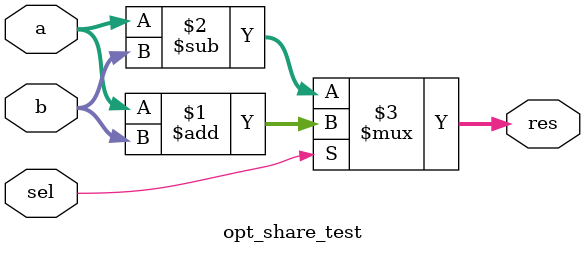
<source format=sv>
module opt_share_test(
  input [15:0]  a,
  input [15:0]  b,
  input         sel,
  output [15:0] res
  );

  assign res = sel ? a + b : a - b;

endmodule

</source>
